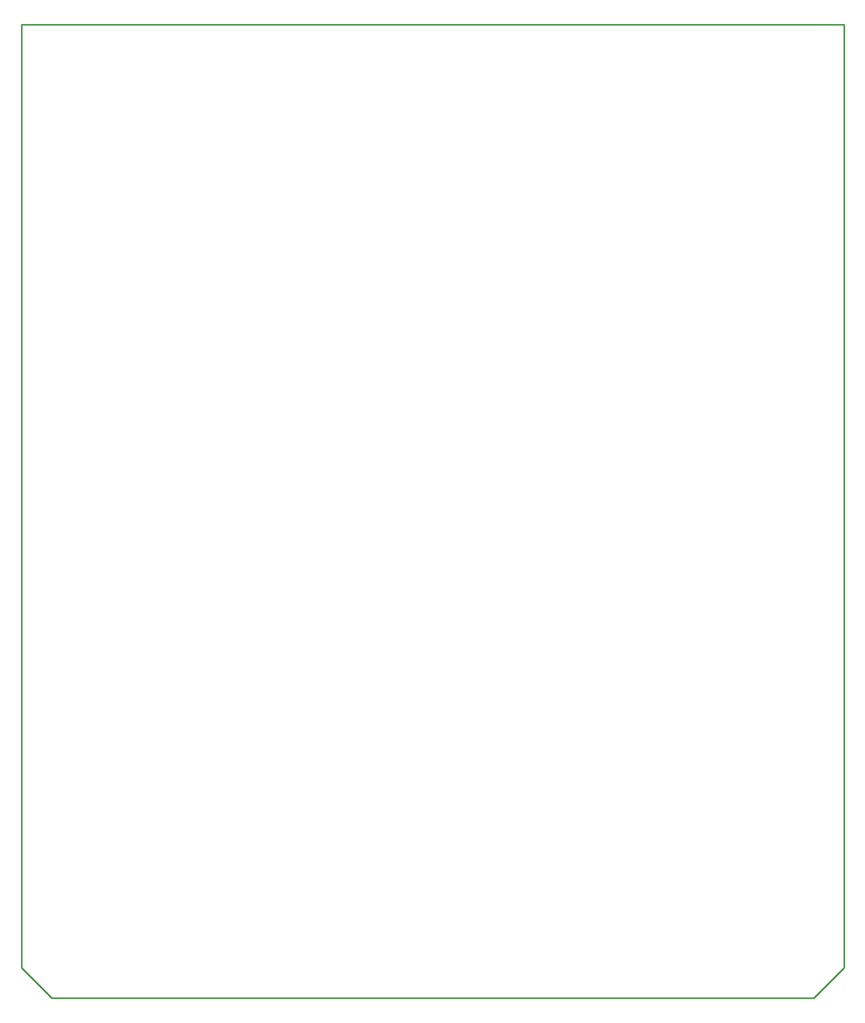
<source format=gm1>
%FSTAX23Y23*%
%MOIN*%
%SFA1B1*%

%IPPOS*%
%ADD19C,0.010000*%
%LNr100.230.050.001-00_filtr2-1*%
%LPD*%
G54D19*
X0Y00196D02*
Y06338D01*
X00196Y0D02*
X05157D01*
X05354Y00196D02*
Y06338D01*
X05157Y0D02*
X05354Y00196D01*
X0D02*
X00196Y0D01*
X0Y06338D02*
X05354D01*
M02*
</source>
